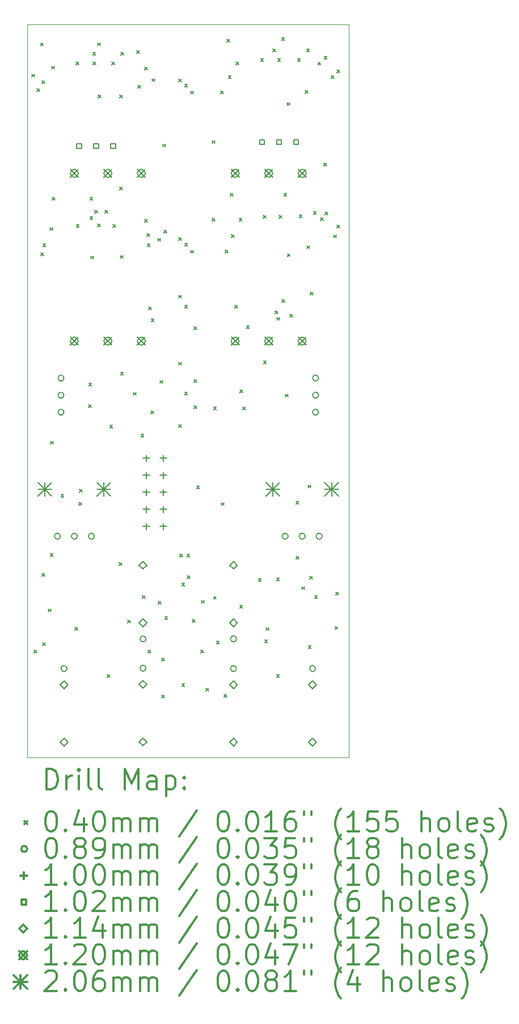
<source format=gbr>
%FSLAX45Y45*%
G04 Gerber Fmt 4.5, Leading zero omitted, Abs format (unit mm)*
G04 Created by KiCad (PCBNEW (5.1.4-0-10_14)) date 2019-08-29 11:55:20*
%MOMM*%
%LPD*%
G04 APERTURE LIST*
%ADD10C,0.100000*%
%ADD11C,0.200000*%
%ADD12C,0.300000*%
G04 APERTURE END LIST*
D10*
X508Y0D02*
X4800508Y0D01*
X4800508Y0D02*
X4800508Y10922000D01*
X4800508Y10922000D02*
X508Y10922000D01*
X508Y0D02*
X508Y10922000D01*
D11*
X68138Y10182540D02*
X108138Y10142540D01*
X108138Y10182540D02*
X68138Y10142540D01*
X100523Y1600515D02*
X140523Y1560515D01*
X140523Y1600515D02*
X100523Y1560515D01*
X144338Y9965370D02*
X184338Y9925370D01*
X184338Y9965370D02*
X144338Y9925370D01*
X197678Y10647360D02*
X237678Y10607360D01*
X237678Y10647360D02*
X197678Y10607360D01*
X202758Y7520620D02*
X242758Y7480620D01*
X242758Y7520620D02*
X202758Y7480620D01*
X219268Y2744150D02*
X259268Y2704150D01*
X259268Y2744150D02*
X219268Y2704150D01*
X220268Y10081940D02*
X260268Y10041940D01*
X260268Y10081940D02*
X220268Y10041940D01*
X226888Y1707830D02*
X266888Y1667830D01*
X266888Y1707830D02*
X226888Y1667830D01*
X231048Y7655590D02*
X271048Y7615590D01*
X271048Y7655590D02*
X231048Y7615590D01*
X311978Y2214560D02*
X351978Y2174560D01*
X351978Y2214560D02*
X311978Y2174560D01*
X336108Y7896540D02*
X376108Y7856540D01*
X376108Y7896540D02*
X336108Y7856540D01*
X341188Y3042600D02*
X381188Y3002600D01*
X381188Y3042600D02*
X341188Y3002600D01*
X346268Y4712650D02*
X386268Y4672650D01*
X386268Y4712650D02*
X346268Y4672650D01*
X358968Y10299380D02*
X398968Y10259380D01*
X398968Y10299380D02*
X358968Y10259380D01*
X370398Y8349930D02*
X410398Y8309930D01*
X410398Y8349930D02*
X370398Y8309930D01*
X501319Y3920170D02*
X541319Y3880170D01*
X541319Y3920170D02*
X501319Y3880170D01*
X709488Y1936430D02*
X749488Y1896430D01*
X749488Y1936430D02*
X709488Y1896430D01*
X724728Y10361549D02*
X764728Y10321549D01*
X764728Y10361549D02*
X724728Y10321549D01*
X731078Y7942260D02*
X771078Y7902260D01*
X771078Y7942260D02*
X731078Y7902260D01*
X767908Y3803330D02*
X807908Y3763330D01*
X807908Y3803330D02*
X767908Y3763330D01*
X779338Y3993830D02*
X819338Y3953830D01*
X819338Y3993830D02*
X779338Y3953830D01*
X913488Y5255230D02*
X953488Y5215230D01*
X953488Y5255230D02*
X913488Y5215230D01*
X916498Y5581330D02*
X956498Y5541330D01*
X956498Y5581330D02*
X916498Y5541330D01*
X934278Y8349930D02*
X974278Y8309930D01*
X974278Y8349930D02*
X934278Y8309930D01*
X934389Y8057527D02*
X974389Y8017527D01*
X974389Y8057527D02*
X934389Y8017527D01*
X946978Y7472360D02*
X986978Y7432360D01*
X986978Y7472360D02*
X946978Y7432360D01*
X974807Y10509864D02*
X1014807Y10469864D01*
X1014807Y10509864D02*
X974807Y10469864D01*
X982477Y10361549D02*
X1022477Y10321549D01*
X1022477Y10361549D02*
X982477Y10321549D01*
X1006779Y8151810D02*
X1046779Y8111810D01*
X1046779Y8151810D02*
X1006779Y8111810D01*
X1047308Y10647360D02*
X1087308Y10607360D01*
X1087308Y10647360D02*
X1047308Y10607360D01*
X1049737Y7951579D02*
X1089737Y7911579D01*
X1089737Y7951579D02*
X1049737Y7911579D01*
X1058788Y9870120D02*
X1098788Y9830120D01*
X1098788Y9870120D02*
X1058788Y9830120D01*
X1160338Y8151810D02*
X1200338Y8111810D01*
X1200338Y8151810D02*
X1160338Y8111810D01*
X1194628Y1235390D02*
X1234628Y1195390D01*
X1234628Y1235390D02*
X1194628Y1195390D01*
X1228918Y4951410D02*
X1268918Y4911410D01*
X1268918Y4951410D02*
X1228918Y4911410D01*
X1259398Y10361549D02*
X1299398Y10321549D01*
X1299398Y10361549D02*
X1259398Y10321549D01*
X1277178Y7940990D02*
X1317178Y7900990D01*
X1317178Y7940990D02*
X1277178Y7900990D01*
X1369888Y2902900D02*
X1409888Y2862900D01*
X1409888Y2902900D02*
X1369888Y2862900D01*
X1377508Y9870120D02*
X1417508Y9830120D01*
X1417508Y9870120D02*
X1377508Y9830120D01*
X1378016Y8502076D02*
X1418016Y8462076D01*
X1418016Y8502076D02*
X1378016Y8462076D01*
X1385428Y7481550D02*
X1425428Y7441550D01*
X1425428Y7481550D02*
X1385428Y7441550D01*
X1391478Y5740080D02*
X1431478Y5700080D01*
X1431478Y5740080D02*
X1391478Y5700080D01*
X1394678Y10509864D02*
X1434678Y10469864D01*
X1434678Y10509864D02*
X1394678Y10469864D01*
X1498158Y2050730D02*
X1538158Y2010730D01*
X1538158Y2050730D02*
X1498158Y2010730D01*
X1578808Y5440010D02*
X1618808Y5400010D01*
X1618808Y5440010D02*
X1578808Y5400010D01*
X1632778Y10535600D02*
X1672778Y10495600D01*
X1672778Y10535600D02*
X1632778Y10495600D01*
X1649658Y10019080D02*
X1689658Y9979080D01*
X1689658Y10019080D02*
X1649658Y9979080D01*
X1695008Y4820600D02*
X1735008Y4780600D01*
X1735008Y4820600D02*
X1695008Y4780600D01*
X1715328Y2413950D02*
X1755328Y2373950D01*
X1755328Y2413950D02*
X1715328Y2373950D01*
X1749618Y10289220D02*
X1789618Y10249220D01*
X1789618Y10289220D02*
X1749618Y10249220D01*
X1753428Y8019730D02*
X1793428Y7979730D01*
X1793428Y8019730D02*
X1753428Y7979730D01*
X1782638Y7807640D02*
X1822638Y7767640D01*
X1822638Y7807640D02*
X1782638Y7767640D01*
X1787718Y7653970D02*
X1827718Y7613970D01*
X1827718Y7653970D02*
X1787718Y7613970D01*
X1802958Y1602418D02*
X1842958Y1562418D01*
X1842958Y1602418D02*
X1802958Y1562418D01*
X1806768Y6716710D02*
X1846768Y6676710D01*
X1846768Y6716710D02*
X1806768Y6676710D01*
X1841058Y5163500D02*
X1881058Y5123500D01*
X1881058Y5163500D02*
X1841058Y5123500D01*
X1847408Y6537640D02*
X1887408Y6497640D01*
X1887408Y6537640D02*
X1847408Y6497640D01*
X1861378Y10112690D02*
X1901378Y10072690D01*
X1901378Y10112690D02*
X1861378Y10072690D01*
X1943928Y7735139D02*
X1983928Y7695139D01*
X1983928Y7735139D02*
X1943928Y7695139D01*
X1956628Y2327479D02*
X1996628Y2287479D01*
X1996628Y2327479D02*
X1956628Y2287479D01*
X1976948Y5616890D02*
X2016948Y5576890D01*
X2016948Y5616890D02*
X1976948Y5576890D01*
X2006158Y933130D02*
X2046158Y893130D01*
X2046158Y933130D02*
X2006158Y893130D01*
X2007428Y1484310D02*
X2047428Y1444310D01*
X2047428Y1484310D02*
X2007428Y1444310D01*
X2020128Y9141140D02*
X2060128Y9101140D01*
X2060128Y9141140D02*
X2020128Y9101140D01*
X2040448Y7854630D02*
X2080448Y7814630D01*
X2080448Y7854630D02*
X2040448Y7814630D01*
X2051878Y2102800D02*
X2091878Y2062800D01*
X2091878Y2102800D02*
X2051878Y2062800D01*
X2258888Y4959030D02*
X2298888Y4919030D01*
X2298888Y4959030D02*
X2258888Y4919030D01*
X2260158Y7749220D02*
X2300158Y7709220D01*
X2300158Y7749220D02*
X2260158Y7709220D01*
X2260158Y6886890D02*
X2300158Y6846890D01*
X2300158Y6886890D02*
X2260158Y6846890D01*
X2260158Y5889940D02*
X2300158Y5849940D01*
X2300158Y5889940D02*
X2260158Y5849940D01*
X2261428Y10111420D02*
X2301428Y10071420D01*
X2301428Y10111420D02*
X2261428Y10071420D01*
X2272379Y3031878D02*
X2312379Y2991878D01*
X2312379Y3031878D02*
X2272379Y2991878D01*
X2304608Y2601910D02*
X2344608Y2561910D01*
X2344608Y2601910D02*
X2304608Y2561910D01*
X2304608Y1103310D02*
X2344608Y1063310D01*
X2344608Y1103310D02*
X2304608Y1063310D01*
X2347898Y10034060D02*
X2387898Y9994060D01*
X2387898Y10034060D02*
X2347898Y9994060D01*
X2347898Y7660210D02*
X2387898Y7620210D01*
X2387898Y7660210D02*
X2347898Y7620210D01*
X2347898Y6736920D02*
X2387898Y6696920D01*
X2387898Y6736920D02*
X2347898Y6696920D01*
X2347898Y5441520D02*
X2387898Y5401520D01*
X2387898Y5441520D02*
X2347898Y5401520D01*
X2382078Y3029900D02*
X2422078Y2989900D01*
X2422078Y3029900D02*
X2382078Y2989900D01*
X2383238Y2709750D02*
X2423238Y2669750D01*
X2423238Y2709750D02*
X2383238Y2669750D01*
X2435418Y9927270D02*
X2475418Y9887270D01*
X2475418Y9927270D02*
X2435418Y9887270D01*
X2435418Y7557450D02*
X2475418Y7517450D01*
X2475418Y7557450D02*
X2435418Y7517450D01*
X2460739Y2059620D02*
X2500739Y2019620D01*
X2500739Y2059620D02*
X2460739Y2019620D01*
X2485414Y5240166D02*
X2525414Y5200166D01*
X2525414Y5240166D02*
X2485414Y5200166D01*
X2487488Y6418260D02*
X2527488Y6378260D01*
X2527488Y6418260D02*
X2487488Y6378260D01*
X2487488Y5630860D02*
X2527488Y5590860D01*
X2527488Y5630860D02*
X2487488Y5590860D01*
X2524318Y4047170D02*
X2564318Y4007170D01*
X2564318Y4047170D02*
X2524318Y4007170D01*
X2591628Y1598610D02*
X2631628Y1558610D01*
X2631628Y1598610D02*
X2591628Y1558610D01*
X2594168Y2341560D02*
X2634168Y2301560D01*
X2634168Y2341560D02*
X2594168Y2301560D01*
X2667828Y1033460D02*
X2707828Y993460D01*
X2707828Y1033460D02*
X2667828Y993460D01*
X2755458Y9190670D02*
X2795458Y9150670D01*
X2795458Y9190670D02*
X2755458Y9150670D01*
X2757998Y8036240D02*
X2797998Y7996240D01*
X2797998Y8036240D02*
X2757998Y7996240D01*
X2778318Y5227000D02*
X2818318Y5187000D01*
X2818318Y5227000D02*
X2778318Y5187000D01*
X2778318Y2399980D02*
X2818318Y2359980D01*
X2818318Y2399980D02*
X2778318Y2359980D01*
X2821498Y1738310D02*
X2861498Y1698310D01*
X2861498Y1738310D02*
X2821498Y1698310D01*
X2887538Y9929810D02*
X2927538Y9889810D01*
X2927538Y9929810D02*
X2887538Y9889810D01*
X2895158Y3796980D02*
X2935158Y3756980D01*
X2935158Y3796980D02*
X2895158Y3756980D01*
X2933258Y939480D02*
X2973258Y899480D01*
X2973258Y939480D02*
X2933258Y899480D01*
X2951038Y7558720D02*
X2991038Y7518720D01*
X2991038Y7558720D02*
X2951038Y7518720D01*
X2976438Y10703240D02*
X3016438Y10663240D01*
X3016438Y10703240D02*
X2976438Y10663240D01*
X2998786Y10157898D02*
X3038786Y10117898D01*
X3038786Y10157898D02*
X2998786Y10117898D01*
X3028508Y8405810D02*
X3068508Y8365810D01*
X3068508Y8405810D02*
X3028508Y8365810D01*
X3047263Y7788295D02*
X3087263Y7748295D01*
X3087263Y7788295D02*
X3047263Y7748295D01*
X3095818Y6737030D02*
X3135818Y6697030D01*
X3135818Y6737030D02*
X3095818Y6697030D01*
X3111058Y10365420D02*
X3151058Y10325420D01*
X3151058Y10365420D02*
X3111058Y10325420D01*
X3160588Y8032430D02*
X3200588Y7992430D01*
X3200588Y8032430D02*
X3160588Y7992430D01*
X3169478Y2266630D02*
X3209478Y2226630D01*
X3209478Y2266630D02*
X3169478Y2226630D01*
X3172018Y5475920D02*
X3212018Y5435920D01*
X3212018Y5475920D02*
X3172018Y5435920D01*
X3212658Y5227000D02*
X3252658Y5187000D01*
X3252658Y5227000D02*
X3212658Y5187000D01*
X3271078Y6435929D02*
X3311078Y6395929D01*
X3311078Y6435929D02*
X3271078Y6395929D01*
X3448878Y2669220D02*
X3488878Y2629220D01*
X3488878Y2669220D02*
X3448878Y2629220D01*
X3481898Y10416566D02*
X3521898Y10376566D01*
X3521898Y10416566D02*
X3481898Y10376566D01*
X3519998Y8079420D02*
X3559998Y8039420D01*
X3559998Y8079420D02*
X3519998Y8039420D01*
X3525078Y5907720D02*
X3565078Y5867720D01*
X3565078Y5907720D02*
X3525078Y5867720D01*
X3540318Y1754820D02*
X3580318Y1714820D01*
X3580318Y1754820D02*
X3540318Y1714820D01*
X3559368Y1935160D02*
X3599368Y1895160D01*
X3599368Y1935160D02*
X3559368Y1895160D01*
X3664073Y10560434D02*
X3704073Y10520434D01*
X3704073Y10560434D02*
X3664073Y10520434D01*
X3695258Y6653210D02*
X3735258Y6613210D01*
X3735258Y6653210D02*
X3695258Y6613210D01*
X3718118Y1239200D02*
X3758118Y1199200D01*
X3758118Y1239200D02*
X3718118Y1199200D01*
X3718763Y2678735D02*
X3758763Y2638735D01*
X3758763Y2678735D02*
X3718763Y2638735D01*
X3722806Y6557078D02*
X3762806Y6517078D01*
X3762806Y6557078D02*
X3722806Y6517078D01*
X3736574Y10416566D02*
X3776574Y10376566D01*
X3776574Y10416566D02*
X3736574Y10376566D01*
X3757488Y8079420D02*
X3797488Y8039420D01*
X3797488Y8079420D02*
X3757488Y8039420D01*
X3794318Y10727370D02*
X3834318Y10687370D01*
X3834318Y10727370D02*
X3794318Y10687370D01*
X3800717Y6824251D02*
X3840717Y6784251D01*
X3840717Y6824251D02*
X3800717Y6784251D01*
X3829989Y8405810D02*
X3869989Y8365810D01*
X3869989Y8405810D02*
X3829989Y8365810D01*
X3847658Y5414960D02*
X3887658Y5374960D01*
X3887658Y5414960D02*
X3847658Y5374960D01*
X3873058Y9757090D02*
X3913058Y9717090D01*
X3913058Y9757090D02*
X3873058Y9717090D01*
X3879408Y7505380D02*
X3919408Y7465380D01*
X3919408Y7505380D02*
X3879408Y7465380D01*
X3914967Y6604951D02*
X3954967Y6564951D01*
X3954967Y6604951D02*
X3914967Y6564951D01*
X4007678Y3817300D02*
X4047678Y3777300D01*
X4047678Y3817300D02*
X4007678Y3777300D01*
X4008948Y2995610D02*
X4048948Y2955610D01*
X4048948Y2995610D02*
X4008948Y2955610D01*
X4031808Y10416566D02*
X4071808Y10376566D01*
X4071808Y10416566D02*
X4031808Y10376566D01*
X4058478Y8083230D02*
X4098478Y8043230D01*
X4098478Y8083230D02*
X4058478Y8043230D01*
X4098458Y2543990D02*
X4138458Y2503990D01*
X4138458Y2543990D02*
X4098458Y2503990D01*
X4148974Y9941566D02*
X4188974Y9901566D01*
X4188974Y9941566D02*
X4148974Y9901566D01*
X4167327Y10560434D02*
X4207327Y10520434D01*
X4207327Y10560434D02*
X4167327Y10520434D01*
X4174388Y7625690D02*
X4214388Y7585690D01*
X4214388Y7625690D02*
X4174388Y7585690D01*
X4191828Y4061140D02*
X4231828Y4021140D01*
X4231828Y4061140D02*
X4191828Y4021140D01*
X4193098Y1667190D02*
X4233098Y1627190D01*
X4233098Y1667190D02*
X4193098Y1627190D01*
X4213418Y2700970D02*
X4253418Y2660970D01*
X4253418Y2700970D02*
X4213418Y2660970D01*
X4219768Y6933880D02*
X4259768Y6893880D01*
X4259768Y6933880D02*
X4219768Y6893880D01*
X4269298Y8134030D02*
X4309298Y8094030D01*
X4309298Y8134030D02*
X4269298Y8094030D01*
X4285919Y2411410D02*
X4325919Y2371410D01*
X4325919Y2411410D02*
X4285919Y2371410D01*
X4337878Y10360340D02*
X4377878Y10320340D01*
X4377878Y10360340D02*
X4337878Y10320340D01*
X4375365Y8042042D02*
X4415365Y8002042D01*
X4415365Y8042042D02*
X4375365Y8002042D01*
X4425000Y8856152D02*
X4465000Y8816152D01*
X4465000Y8856152D02*
X4425000Y8816152D01*
X4430517Y10450876D02*
X4470517Y10410876D01*
X4470517Y10450876D02*
X4430517Y10410876D01*
X4443288Y8127680D02*
X4483288Y8087680D01*
X4483288Y8127680D02*
X4443288Y8087680D01*
X4535998Y10158410D02*
X4575998Y10118410D01*
X4575998Y10158410D02*
X4535998Y10118410D01*
X4567748Y7784780D02*
X4607748Y7744780D01*
X4607748Y7784780D02*
X4567748Y7744780D01*
X4590608Y1952940D02*
X4630608Y1912940D01*
X4630608Y1952940D02*
X4590608Y1912940D01*
X4605848Y2464750D02*
X4645848Y2424750D01*
X4645848Y2464750D02*
X4605848Y2424750D01*
X4618548Y10247310D02*
X4658548Y10207310D01*
X4658548Y10247310D02*
X4618548Y10207310D01*
X4621368Y7931515D02*
X4661368Y7891515D01*
X4661368Y7931515D02*
X4621368Y7891515D01*
X544958Y5654000D02*
G75*
G03X544958Y5654000I-44450J0D01*
G01*
X544958Y5146000D02*
G75*
G03X544958Y5146000I-44450J0D01*
G01*
X1769958Y1331580D02*
G75*
G03X1769958Y1331580I-44450J0D01*
G01*
X4344958Y5654000D02*
G75*
G03X4344958Y5654000I-44450J0D01*
G01*
X4344958Y5400000D02*
G75*
G03X4344958Y5400000I-44450J0D01*
G01*
X4344958Y5146000D02*
G75*
G03X4344958Y5146000I-44450J0D01*
G01*
X490942Y3298776D02*
G75*
G03X490942Y3298776I-44450J0D01*
G01*
X744942Y3298776D02*
G75*
G03X744942Y3298776I-44450J0D01*
G01*
X998942Y3298776D02*
G75*
G03X998942Y3298776I-44450J0D01*
G01*
X3119958Y1768420D02*
G75*
G03X3119958Y1768420I-44450J0D01*
G01*
X3119958Y1326580D02*
G75*
G03X3119958Y1326580I-44450J0D01*
G01*
X1769958Y1768420D02*
G75*
G03X1769958Y1768420I-44450J0D01*
G01*
X4299958Y1326580D02*
G75*
G03X4299958Y1326580I-44450J0D01*
G01*
X3890942Y3298776D02*
G75*
G03X3890942Y3298776I-44450J0D01*
G01*
X4144942Y3298776D02*
G75*
G03X4144942Y3298776I-44450J0D01*
G01*
X4398942Y3298776D02*
G75*
G03X4398942Y3298776I-44450J0D01*
G01*
X589958Y1326580D02*
G75*
G03X589958Y1326580I-44450J0D01*
G01*
X544958Y5400000D02*
G75*
G03X544958Y5400000I-44450J0D01*
G01*
X1775818Y4509270D02*
X1775818Y4409270D01*
X1725818Y4459270D02*
X1825818Y4459270D01*
X1775818Y4255270D02*
X1775818Y4155270D01*
X1725818Y4205270D02*
X1825818Y4205270D01*
X1775818Y4001270D02*
X1775818Y3901270D01*
X1725818Y3951270D02*
X1825818Y3951270D01*
X1775818Y3747270D02*
X1775818Y3647270D01*
X1725818Y3697270D02*
X1825818Y3697270D01*
X1775818Y3493270D02*
X1775818Y3393270D01*
X1725818Y3443270D02*
X1825818Y3443270D01*
X2029818Y4509270D02*
X2029818Y4409270D01*
X1979818Y4459270D02*
X2079818Y4459270D01*
X2029818Y4255270D02*
X2029818Y4155270D01*
X1979818Y4205270D02*
X2079818Y4205270D01*
X2029818Y4001270D02*
X2029818Y3901270D01*
X1979818Y3951270D02*
X2079818Y3951270D01*
X2029818Y3747270D02*
X2029818Y3647270D01*
X1979818Y3697270D02*
X2079818Y3697270D01*
X2029818Y3493270D02*
X2029818Y3393270D01*
X1979818Y3443270D02*
X2079818Y3443270D01*
X3536039Y9135645D02*
X3536039Y9207487D01*
X3464197Y9207487D01*
X3464197Y9135645D01*
X3536039Y9135645D01*
X3790039Y9135645D02*
X3790039Y9207487D01*
X3718197Y9207487D01*
X3718197Y9135645D01*
X3790039Y9135645D01*
X4044039Y9135645D02*
X4044039Y9207487D01*
X3972197Y9207487D01*
X3972197Y9135645D01*
X4044039Y9135645D01*
X807579Y9073629D02*
X807579Y9145471D01*
X735737Y9145471D01*
X735737Y9073629D01*
X807579Y9073629D01*
X1061579Y9073629D02*
X1061579Y9145471D01*
X989737Y9145471D01*
X989737Y9073629D01*
X1061579Y9073629D01*
X1315579Y9073629D02*
X1315579Y9145471D01*
X1243737Y9145471D01*
X1243737Y9073629D01*
X1315579Y9073629D01*
X1725508Y1033130D02*
X1782658Y1090280D01*
X1725508Y1147430D01*
X1668358Y1090280D01*
X1725508Y1033130D01*
X1725508Y177150D02*
X1782658Y234300D01*
X1725508Y291450D01*
X1668358Y234300D01*
X1725508Y177150D01*
X3075508Y1028130D02*
X3132658Y1085280D01*
X3075508Y1142430D01*
X3018358Y1085280D01*
X3075508Y1028130D01*
X3075508Y172150D02*
X3132658Y229300D01*
X3075508Y286450D01*
X3018358Y229300D01*
X3075508Y172150D01*
X3075508Y2808550D02*
X3132658Y2865700D01*
X3075508Y2922850D01*
X3018358Y2865700D01*
X3075508Y2808550D01*
X3075508Y1952570D02*
X3132658Y2009720D01*
X3075508Y2066870D01*
X3018358Y2009720D01*
X3075508Y1952570D01*
X4255508Y1028130D02*
X4312658Y1085280D01*
X4255508Y1142430D01*
X4198358Y1085280D01*
X4255508Y1028130D01*
X1725508Y1952570D02*
X1782658Y2009720D01*
X1725508Y2066870D01*
X1668358Y2009720D01*
X1725508Y1952570D01*
X1725508Y2808550D02*
X1782658Y2865700D01*
X1725508Y2922850D01*
X1668358Y2865700D01*
X1725508Y2808550D01*
X4255508Y172150D02*
X4312658Y229300D01*
X4255508Y286450D01*
X4198358Y229300D01*
X4255508Y172150D01*
X545508Y1028130D02*
X602658Y1085280D01*
X545508Y1142430D01*
X488358Y1085280D01*
X545508Y1028130D01*
X545508Y172150D02*
X602658Y229300D01*
X545508Y286450D01*
X488358Y229300D01*
X545508Y172150D01*
X640508Y6264600D02*
X760508Y6144600D01*
X760508Y6264600D02*
X640508Y6144600D01*
X760508Y6204600D02*
G75*
G03X760508Y6204600I-60000J0D01*
G01*
X1140508Y6264600D02*
X1260508Y6144600D01*
X1260508Y6264600D02*
X1140508Y6144600D01*
X1260508Y6204600D02*
G75*
G03X1260508Y6204600I-60000J0D01*
G01*
X1640508Y6264600D02*
X1760508Y6144600D01*
X1760508Y6264600D02*
X1640508Y6144600D01*
X1760508Y6204600D02*
G75*
G03X1760508Y6204600I-60000J0D01*
G01*
X3040508Y8764600D02*
X3160508Y8644600D01*
X3160508Y8764600D02*
X3040508Y8644600D01*
X3160508Y8704600D02*
G75*
G03X3160508Y8704600I-60000J0D01*
G01*
X3540508Y8764600D02*
X3660508Y8644600D01*
X3660508Y8764600D02*
X3540508Y8644600D01*
X3660508Y8704600D02*
G75*
G03X3660508Y8704600I-60000J0D01*
G01*
X4040508Y8764600D02*
X4160508Y8644600D01*
X4160508Y8764600D02*
X4040508Y8644600D01*
X4160508Y8704600D02*
G75*
G03X4160508Y8704600I-60000J0D01*
G01*
X640508Y8764600D02*
X760508Y8644600D01*
X760508Y8764600D02*
X640508Y8644600D01*
X760508Y8704600D02*
G75*
G03X760508Y8704600I-60000J0D01*
G01*
X1140508Y8764600D02*
X1260508Y8644600D01*
X1260508Y8764600D02*
X1140508Y8644600D01*
X1260508Y8704600D02*
G75*
G03X1260508Y8704600I-60000J0D01*
G01*
X1640508Y8764600D02*
X1760508Y8644600D01*
X1760508Y8764600D02*
X1640508Y8644600D01*
X1760508Y8704600D02*
G75*
G03X1760508Y8704600I-60000J0D01*
G01*
X3040508Y6264600D02*
X3160508Y6144600D01*
X3160508Y6264600D02*
X3040508Y6144600D01*
X3160508Y6204600D02*
G75*
G03X3160508Y6204600I-60000J0D01*
G01*
X3540508Y6264600D02*
X3660508Y6144600D01*
X3660508Y6264600D02*
X3540508Y6144600D01*
X3660508Y6204600D02*
G75*
G03X3660508Y6204600I-60000J0D01*
G01*
X4040508Y6264600D02*
X4160508Y6144600D01*
X4160508Y6264600D02*
X4040508Y6144600D01*
X4160508Y6204600D02*
G75*
G03X4160508Y6204600I-60000J0D01*
G01*
X158202Y4102686D02*
X363942Y3896946D01*
X363942Y4102686D02*
X158202Y3896946D01*
X261072Y4102686D02*
X261072Y3896946D01*
X158202Y3999816D02*
X363942Y3999816D01*
X1037042Y4102686D02*
X1242782Y3896946D01*
X1242782Y4102686D02*
X1037042Y3896946D01*
X1139912Y4102686D02*
X1139912Y3896946D01*
X1037042Y3999816D02*
X1242782Y3999816D01*
X3558202Y4102686D02*
X3763942Y3896946D01*
X3763942Y4102686D02*
X3558202Y3896946D01*
X3661072Y4102686D02*
X3661072Y3896946D01*
X3558202Y3999816D02*
X3763942Y3999816D01*
X4437042Y4102686D02*
X4642782Y3896946D01*
X4642782Y4102686D02*
X4437042Y3896946D01*
X4539912Y4102686D02*
X4539912Y3896946D01*
X4437042Y3999816D02*
X4642782Y3999816D01*
D12*
X281936Y-470714D02*
X281936Y-170714D01*
X353365Y-170714D01*
X396222Y-185000D01*
X424794Y-213571D01*
X439079Y-242143D01*
X453365Y-299286D01*
X453365Y-342143D01*
X439079Y-399286D01*
X424794Y-427857D01*
X396222Y-456429D01*
X353365Y-470714D01*
X281936Y-470714D01*
X581936Y-470714D02*
X581936Y-270714D01*
X581936Y-327857D02*
X596222Y-299286D01*
X610508Y-285000D01*
X639079Y-270714D01*
X667651Y-270714D01*
X767651Y-470714D02*
X767651Y-270714D01*
X767651Y-170714D02*
X753365Y-185000D01*
X767651Y-199286D01*
X781936Y-185000D01*
X767651Y-170714D01*
X767651Y-199286D01*
X953365Y-470714D02*
X924794Y-456429D01*
X910508Y-427857D01*
X910508Y-170714D01*
X1110508Y-470714D02*
X1081936Y-456429D01*
X1067651Y-427857D01*
X1067651Y-170714D01*
X1453365Y-470714D02*
X1453365Y-170714D01*
X1553365Y-385000D01*
X1653365Y-170714D01*
X1653365Y-470714D01*
X1924794Y-470714D02*
X1924794Y-313572D01*
X1910508Y-285000D01*
X1881936Y-270714D01*
X1824794Y-270714D01*
X1796222Y-285000D01*
X1924794Y-456429D02*
X1896222Y-470714D01*
X1824794Y-470714D01*
X1796222Y-456429D01*
X1781936Y-427857D01*
X1781936Y-399286D01*
X1796222Y-370714D01*
X1824794Y-356429D01*
X1896222Y-356429D01*
X1924794Y-342143D01*
X2067651Y-270714D02*
X2067651Y-570714D01*
X2067651Y-285000D02*
X2096222Y-270714D01*
X2153365Y-270714D01*
X2181936Y-285000D01*
X2196222Y-299286D01*
X2210508Y-327857D01*
X2210508Y-413571D01*
X2196222Y-442143D01*
X2181936Y-456429D01*
X2153365Y-470714D01*
X2096222Y-470714D01*
X2067651Y-456429D01*
X2339079Y-442143D02*
X2353365Y-456429D01*
X2339079Y-470714D01*
X2324794Y-456429D01*
X2339079Y-442143D01*
X2339079Y-470714D01*
X2339079Y-285000D02*
X2353365Y-299286D01*
X2339079Y-313572D01*
X2324794Y-299286D01*
X2339079Y-285000D01*
X2339079Y-313572D01*
X-44492Y-945000D02*
X-4492Y-985000D01*
X-4492Y-945000D02*
X-44492Y-985000D01*
X339079Y-800714D02*
X367651Y-800714D01*
X396222Y-815000D01*
X410508Y-829286D01*
X424794Y-857857D01*
X439079Y-915000D01*
X439079Y-986429D01*
X424794Y-1043571D01*
X410508Y-1072143D01*
X396222Y-1086429D01*
X367651Y-1100714D01*
X339079Y-1100714D01*
X310508Y-1086429D01*
X296222Y-1072143D01*
X281936Y-1043571D01*
X267651Y-986429D01*
X267651Y-915000D01*
X281936Y-857857D01*
X296222Y-829286D01*
X310508Y-815000D01*
X339079Y-800714D01*
X567651Y-1072143D02*
X581936Y-1086429D01*
X567651Y-1100714D01*
X553365Y-1086429D01*
X567651Y-1072143D01*
X567651Y-1100714D01*
X839079Y-900714D02*
X839079Y-1100714D01*
X767651Y-786429D02*
X696222Y-1000714D01*
X881936Y-1000714D01*
X1053365Y-800714D02*
X1081936Y-800714D01*
X1110508Y-815000D01*
X1124794Y-829286D01*
X1139079Y-857857D01*
X1153365Y-915000D01*
X1153365Y-986429D01*
X1139079Y-1043571D01*
X1124794Y-1072143D01*
X1110508Y-1086429D01*
X1081936Y-1100714D01*
X1053365Y-1100714D01*
X1024794Y-1086429D01*
X1010508Y-1072143D01*
X996222Y-1043571D01*
X981936Y-986429D01*
X981936Y-915000D01*
X996222Y-857857D01*
X1010508Y-829286D01*
X1024794Y-815000D01*
X1053365Y-800714D01*
X1281936Y-1100714D02*
X1281936Y-900714D01*
X1281936Y-929286D02*
X1296222Y-915000D01*
X1324794Y-900714D01*
X1367651Y-900714D01*
X1396222Y-915000D01*
X1410508Y-943571D01*
X1410508Y-1100714D01*
X1410508Y-943571D02*
X1424794Y-915000D01*
X1453365Y-900714D01*
X1496222Y-900714D01*
X1524794Y-915000D01*
X1539079Y-943571D01*
X1539079Y-1100714D01*
X1681936Y-1100714D02*
X1681936Y-900714D01*
X1681936Y-929286D02*
X1696222Y-915000D01*
X1724794Y-900714D01*
X1767651Y-900714D01*
X1796222Y-915000D01*
X1810508Y-943571D01*
X1810508Y-1100714D01*
X1810508Y-943571D02*
X1824794Y-915000D01*
X1853365Y-900714D01*
X1896222Y-900714D01*
X1924794Y-915000D01*
X1939079Y-943571D01*
X1939079Y-1100714D01*
X2524794Y-786429D02*
X2267651Y-1172143D01*
X2910508Y-800714D02*
X2939079Y-800714D01*
X2967651Y-815000D01*
X2981936Y-829286D01*
X2996222Y-857857D01*
X3010508Y-915000D01*
X3010508Y-986429D01*
X2996222Y-1043571D01*
X2981936Y-1072143D01*
X2967651Y-1086429D01*
X2939079Y-1100714D01*
X2910508Y-1100714D01*
X2881936Y-1086429D01*
X2867651Y-1072143D01*
X2853365Y-1043571D01*
X2839079Y-986429D01*
X2839079Y-915000D01*
X2853365Y-857857D01*
X2867651Y-829286D01*
X2881936Y-815000D01*
X2910508Y-800714D01*
X3139079Y-1072143D02*
X3153365Y-1086429D01*
X3139079Y-1100714D01*
X3124794Y-1086429D01*
X3139079Y-1072143D01*
X3139079Y-1100714D01*
X3339079Y-800714D02*
X3367651Y-800714D01*
X3396222Y-815000D01*
X3410508Y-829286D01*
X3424794Y-857857D01*
X3439079Y-915000D01*
X3439079Y-986429D01*
X3424794Y-1043571D01*
X3410508Y-1072143D01*
X3396222Y-1086429D01*
X3367651Y-1100714D01*
X3339079Y-1100714D01*
X3310508Y-1086429D01*
X3296222Y-1072143D01*
X3281936Y-1043571D01*
X3267651Y-986429D01*
X3267651Y-915000D01*
X3281936Y-857857D01*
X3296222Y-829286D01*
X3310508Y-815000D01*
X3339079Y-800714D01*
X3724794Y-1100714D02*
X3553365Y-1100714D01*
X3639079Y-1100714D02*
X3639079Y-800714D01*
X3610508Y-843571D01*
X3581936Y-872143D01*
X3553365Y-886429D01*
X3981936Y-800714D02*
X3924794Y-800714D01*
X3896222Y-815000D01*
X3881936Y-829286D01*
X3853365Y-872143D01*
X3839079Y-929286D01*
X3839079Y-1043571D01*
X3853365Y-1072143D01*
X3867651Y-1086429D01*
X3896222Y-1100714D01*
X3953365Y-1100714D01*
X3981936Y-1086429D01*
X3996222Y-1072143D01*
X4010508Y-1043571D01*
X4010508Y-972143D01*
X3996222Y-943571D01*
X3981936Y-929286D01*
X3953365Y-915000D01*
X3896222Y-915000D01*
X3867651Y-929286D01*
X3853365Y-943571D01*
X3839079Y-972143D01*
X4124794Y-800714D02*
X4124794Y-857857D01*
X4239079Y-800714D02*
X4239079Y-857857D01*
X4681936Y-1215000D02*
X4667651Y-1200714D01*
X4639079Y-1157857D01*
X4624794Y-1129286D01*
X4610508Y-1086429D01*
X4596222Y-1015000D01*
X4596222Y-957857D01*
X4610508Y-886429D01*
X4624794Y-843571D01*
X4639079Y-815000D01*
X4667651Y-772143D01*
X4681936Y-757857D01*
X4953365Y-1100714D02*
X4781936Y-1100714D01*
X4867651Y-1100714D02*
X4867651Y-800714D01*
X4839079Y-843571D01*
X4810508Y-872143D01*
X4781936Y-886429D01*
X5224794Y-800714D02*
X5081936Y-800714D01*
X5067651Y-943571D01*
X5081936Y-929286D01*
X5110508Y-915000D01*
X5181936Y-915000D01*
X5210508Y-929286D01*
X5224794Y-943571D01*
X5239079Y-972143D01*
X5239079Y-1043571D01*
X5224794Y-1072143D01*
X5210508Y-1086429D01*
X5181936Y-1100714D01*
X5110508Y-1100714D01*
X5081936Y-1086429D01*
X5067651Y-1072143D01*
X5510508Y-800714D02*
X5367651Y-800714D01*
X5353365Y-943571D01*
X5367651Y-929286D01*
X5396222Y-915000D01*
X5467651Y-915000D01*
X5496222Y-929286D01*
X5510508Y-943571D01*
X5524794Y-972143D01*
X5524794Y-1043571D01*
X5510508Y-1072143D01*
X5496222Y-1086429D01*
X5467651Y-1100714D01*
X5396222Y-1100714D01*
X5367651Y-1086429D01*
X5353365Y-1072143D01*
X5881936Y-1100714D02*
X5881936Y-800714D01*
X6010508Y-1100714D02*
X6010508Y-943571D01*
X5996222Y-915000D01*
X5967651Y-900714D01*
X5924794Y-900714D01*
X5896222Y-915000D01*
X5881936Y-929286D01*
X6196222Y-1100714D02*
X6167651Y-1086429D01*
X6153365Y-1072143D01*
X6139079Y-1043571D01*
X6139079Y-957857D01*
X6153365Y-929286D01*
X6167651Y-915000D01*
X6196222Y-900714D01*
X6239079Y-900714D01*
X6267651Y-915000D01*
X6281936Y-929286D01*
X6296222Y-957857D01*
X6296222Y-1043571D01*
X6281936Y-1072143D01*
X6267651Y-1086429D01*
X6239079Y-1100714D01*
X6196222Y-1100714D01*
X6467651Y-1100714D02*
X6439079Y-1086429D01*
X6424794Y-1057857D01*
X6424794Y-800714D01*
X6696222Y-1086429D02*
X6667651Y-1100714D01*
X6610508Y-1100714D01*
X6581936Y-1086429D01*
X6567651Y-1057857D01*
X6567651Y-943571D01*
X6581936Y-915000D01*
X6610508Y-900714D01*
X6667651Y-900714D01*
X6696222Y-915000D01*
X6710508Y-943571D01*
X6710508Y-972143D01*
X6567651Y-1000714D01*
X6824794Y-1086429D02*
X6853365Y-1100714D01*
X6910508Y-1100714D01*
X6939079Y-1086429D01*
X6953365Y-1057857D01*
X6953365Y-1043571D01*
X6939079Y-1015000D01*
X6910508Y-1000714D01*
X6867651Y-1000714D01*
X6839079Y-986429D01*
X6824794Y-957857D01*
X6824794Y-943571D01*
X6839079Y-915000D01*
X6867651Y-900714D01*
X6910508Y-900714D01*
X6939079Y-915000D01*
X7053365Y-1215000D02*
X7067651Y-1200714D01*
X7096222Y-1157857D01*
X7110508Y-1129286D01*
X7124794Y-1086429D01*
X7139079Y-1015000D01*
X7139079Y-957857D01*
X7124794Y-886429D01*
X7110508Y-843571D01*
X7096222Y-815000D01*
X7067651Y-772143D01*
X7053365Y-757857D01*
X-4492Y-1361000D02*
G75*
G03X-4492Y-1361000I-44450J0D01*
G01*
X339079Y-1196714D02*
X367651Y-1196714D01*
X396222Y-1211000D01*
X410508Y-1225286D01*
X424794Y-1253857D01*
X439079Y-1311000D01*
X439079Y-1382429D01*
X424794Y-1439571D01*
X410508Y-1468143D01*
X396222Y-1482429D01*
X367651Y-1496714D01*
X339079Y-1496714D01*
X310508Y-1482429D01*
X296222Y-1468143D01*
X281936Y-1439571D01*
X267651Y-1382429D01*
X267651Y-1311000D01*
X281936Y-1253857D01*
X296222Y-1225286D01*
X310508Y-1211000D01*
X339079Y-1196714D01*
X567651Y-1468143D02*
X581936Y-1482429D01*
X567651Y-1496714D01*
X553365Y-1482429D01*
X567651Y-1468143D01*
X567651Y-1496714D01*
X753365Y-1325286D02*
X724794Y-1311000D01*
X710508Y-1296714D01*
X696222Y-1268143D01*
X696222Y-1253857D01*
X710508Y-1225286D01*
X724794Y-1211000D01*
X753365Y-1196714D01*
X810508Y-1196714D01*
X839079Y-1211000D01*
X853365Y-1225286D01*
X867651Y-1253857D01*
X867651Y-1268143D01*
X853365Y-1296714D01*
X839079Y-1311000D01*
X810508Y-1325286D01*
X753365Y-1325286D01*
X724794Y-1339572D01*
X710508Y-1353857D01*
X696222Y-1382429D01*
X696222Y-1439571D01*
X710508Y-1468143D01*
X724794Y-1482429D01*
X753365Y-1496714D01*
X810508Y-1496714D01*
X839079Y-1482429D01*
X853365Y-1468143D01*
X867651Y-1439571D01*
X867651Y-1382429D01*
X853365Y-1353857D01*
X839079Y-1339572D01*
X810508Y-1325286D01*
X1010508Y-1496714D02*
X1067651Y-1496714D01*
X1096222Y-1482429D01*
X1110508Y-1468143D01*
X1139079Y-1425286D01*
X1153365Y-1368143D01*
X1153365Y-1253857D01*
X1139079Y-1225286D01*
X1124794Y-1211000D01*
X1096222Y-1196714D01*
X1039079Y-1196714D01*
X1010508Y-1211000D01*
X996222Y-1225286D01*
X981936Y-1253857D01*
X981936Y-1325286D01*
X996222Y-1353857D01*
X1010508Y-1368143D01*
X1039079Y-1382429D01*
X1096222Y-1382429D01*
X1124794Y-1368143D01*
X1139079Y-1353857D01*
X1153365Y-1325286D01*
X1281936Y-1496714D02*
X1281936Y-1296714D01*
X1281936Y-1325286D02*
X1296222Y-1311000D01*
X1324794Y-1296714D01*
X1367651Y-1296714D01*
X1396222Y-1311000D01*
X1410508Y-1339572D01*
X1410508Y-1496714D01*
X1410508Y-1339572D02*
X1424794Y-1311000D01*
X1453365Y-1296714D01*
X1496222Y-1296714D01*
X1524794Y-1311000D01*
X1539079Y-1339572D01*
X1539079Y-1496714D01*
X1681936Y-1496714D02*
X1681936Y-1296714D01*
X1681936Y-1325286D02*
X1696222Y-1311000D01*
X1724794Y-1296714D01*
X1767651Y-1296714D01*
X1796222Y-1311000D01*
X1810508Y-1339572D01*
X1810508Y-1496714D01*
X1810508Y-1339572D02*
X1824794Y-1311000D01*
X1853365Y-1296714D01*
X1896222Y-1296714D01*
X1924794Y-1311000D01*
X1939079Y-1339572D01*
X1939079Y-1496714D01*
X2524794Y-1182429D02*
X2267651Y-1568143D01*
X2910508Y-1196714D02*
X2939079Y-1196714D01*
X2967651Y-1211000D01*
X2981936Y-1225286D01*
X2996222Y-1253857D01*
X3010508Y-1311000D01*
X3010508Y-1382429D01*
X2996222Y-1439571D01*
X2981936Y-1468143D01*
X2967651Y-1482429D01*
X2939079Y-1496714D01*
X2910508Y-1496714D01*
X2881936Y-1482429D01*
X2867651Y-1468143D01*
X2853365Y-1439571D01*
X2839079Y-1382429D01*
X2839079Y-1311000D01*
X2853365Y-1253857D01*
X2867651Y-1225286D01*
X2881936Y-1211000D01*
X2910508Y-1196714D01*
X3139079Y-1468143D02*
X3153365Y-1482429D01*
X3139079Y-1496714D01*
X3124794Y-1482429D01*
X3139079Y-1468143D01*
X3139079Y-1496714D01*
X3339079Y-1196714D02*
X3367651Y-1196714D01*
X3396222Y-1211000D01*
X3410508Y-1225286D01*
X3424794Y-1253857D01*
X3439079Y-1311000D01*
X3439079Y-1382429D01*
X3424794Y-1439571D01*
X3410508Y-1468143D01*
X3396222Y-1482429D01*
X3367651Y-1496714D01*
X3339079Y-1496714D01*
X3310508Y-1482429D01*
X3296222Y-1468143D01*
X3281936Y-1439571D01*
X3267651Y-1382429D01*
X3267651Y-1311000D01*
X3281936Y-1253857D01*
X3296222Y-1225286D01*
X3310508Y-1211000D01*
X3339079Y-1196714D01*
X3539079Y-1196714D02*
X3724794Y-1196714D01*
X3624794Y-1311000D01*
X3667651Y-1311000D01*
X3696222Y-1325286D01*
X3710508Y-1339572D01*
X3724794Y-1368143D01*
X3724794Y-1439571D01*
X3710508Y-1468143D01*
X3696222Y-1482429D01*
X3667651Y-1496714D01*
X3581936Y-1496714D01*
X3553365Y-1482429D01*
X3539079Y-1468143D01*
X3996222Y-1196714D02*
X3853365Y-1196714D01*
X3839079Y-1339572D01*
X3853365Y-1325286D01*
X3881936Y-1311000D01*
X3953365Y-1311000D01*
X3981936Y-1325286D01*
X3996222Y-1339572D01*
X4010508Y-1368143D01*
X4010508Y-1439571D01*
X3996222Y-1468143D01*
X3981936Y-1482429D01*
X3953365Y-1496714D01*
X3881936Y-1496714D01*
X3853365Y-1482429D01*
X3839079Y-1468143D01*
X4124794Y-1196714D02*
X4124794Y-1253857D01*
X4239079Y-1196714D02*
X4239079Y-1253857D01*
X4681936Y-1611000D02*
X4667651Y-1596714D01*
X4639079Y-1553857D01*
X4624794Y-1525286D01*
X4610508Y-1482429D01*
X4596222Y-1411000D01*
X4596222Y-1353857D01*
X4610508Y-1282429D01*
X4624794Y-1239572D01*
X4639079Y-1211000D01*
X4667651Y-1168143D01*
X4681936Y-1153857D01*
X4953365Y-1496714D02*
X4781936Y-1496714D01*
X4867651Y-1496714D02*
X4867651Y-1196714D01*
X4839079Y-1239572D01*
X4810508Y-1268143D01*
X4781936Y-1282429D01*
X5124794Y-1325286D02*
X5096222Y-1311000D01*
X5081936Y-1296714D01*
X5067651Y-1268143D01*
X5067651Y-1253857D01*
X5081936Y-1225286D01*
X5096222Y-1211000D01*
X5124794Y-1196714D01*
X5181936Y-1196714D01*
X5210508Y-1211000D01*
X5224794Y-1225286D01*
X5239079Y-1253857D01*
X5239079Y-1268143D01*
X5224794Y-1296714D01*
X5210508Y-1311000D01*
X5181936Y-1325286D01*
X5124794Y-1325286D01*
X5096222Y-1339572D01*
X5081936Y-1353857D01*
X5067651Y-1382429D01*
X5067651Y-1439571D01*
X5081936Y-1468143D01*
X5096222Y-1482429D01*
X5124794Y-1496714D01*
X5181936Y-1496714D01*
X5210508Y-1482429D01*
X5224794Y-1468143D01*
X5239079Y-1439571D01*
X5239079Y-1382429D01*
X5224794Y-1353857D01*
X5210508Y-1339572D01*
X5181936Y-1325286D01*
X5596222Y-1496714D02*
X5596222Y-1196714D01*
X5724794Y-1496714D02*
X5724794Y-1339572D01*
X5710508Y-1311000D01*
X5681936Y-1296714D01*
X5639079Y-1296714D01*
X5610508Y-1311000D01*
X5596222Y-1325286D01*
X5910508Y-1496714D02*
X5881936Y-1482429D01*
X5867651Y-1468143D01*
X5853365Y-1439571D01*
X5853365Y-1353857D01*
X5867651Y-1325286D01*
X5881936Y-1311000D01*
X5910508Y-1296714D01*
X5953365Y-1296714D01*
X5981936Y-1311000D01*
X5996222Y-1325286D01*
X6010508Y-1353857D01*
X6010508Y-1439571D01*
X5996222Y-1468143D01*
X5981936Y-1482429D01*
X5953365Y-1496714D01*
X5910508Y-1496714D01*
X6181936Y-1496714D02*
X6153365Y-1482429D01*
X6139079Y-1453857D01*
X6139079Y-1196714D01*
X6410508Y-1482429D02*
X6381936Y-1496714D01*
X6324794Y-1496714D01*
X6296222Y-1482429D01*
X6281936Y-1453857D01*
X6281936Y-1339572D01*
X6296222Y-1311000D01*
X6324794Y-1296714D01*
X6381936Y-1296714D01*
X6410508Y-1311000D01*
X6424794Y-1339572D01*
X6424794Y-1368143D01*
X6281936Y-1396714D01*
X6539079Y-1482429D02*
X6567651Y-1496714D01*
X6624794Y-1496714D01*
X6653365Y-1482429D01*
X6667651Y-1453857D01*
X6667651Y-1439571D01*
X6653365Y-1411000D01*
X6624794Y-1396714D01*
X6581936Y-1396714D01*
X6553365Y-1382429D01*
X6539079Y-1353857D01*
X6539079Y-1339572D01*
X6553365Y-1311000D01*
X6581936Y-1296714D01*
X6624794Y-1296714D01*
X6653365Y-1311000D01*
X6767651Y-1611000D02*
X6781936Y-1596714D01*
X6810508Y-1553857D01*
X6824794Y-1525286D01*
X6839079Y-1482429D01*
X6853365Y-1411000D01*
X6853365Y-1353857D01*
X6839079Y-1282429D01*
X6824794Y-1239572D01*
X6810508Y-1211000D01*
X6781936Y-1168143D01*
X6767651Y-1153857D01*
X-54492Y-1707000D02*
X-54492Y-1807000D01*
X-104492Y-1757000D02*
X-4492Y-1757000D01*
X439079Y-1892714D02*
X267651Y-1892714D01*
X353365Y-1892714D02*
X353365Y-1592714D01*
X324794Y-1635571D01*
X296222Y-1664143D01*
X267651Y-1678429D01*
X567651Y-1864143D02*
X581936Y-1878429D01*
X567651Y-1892714D01*
X553365Y-1878429D01*
X567651Y-1864143D01*
X567651Y-1892714D01*
X767651Y-1592714D02*
X796222Y-1592714D01*
X824794Y-1607000D01*
X839079Y-1621286D01*
X853365Y-1649857D01*
X867651Y-1707000D01*
X867651Y-1778429D01*
X853365Y-1835571D01*
X839079Y-1864143D01*
X824794Y-1878429D01*
X796222Y-1892714D01*
X767651Y-1892714D01*
X739079Y-1878429D01*
X724794Y-1864143D01*
X710508Y-1835571D01*
X696222Y-1778429D01*
X696222Y-1707000D01*
X710508Y-1649857D01*
X724794Y-1621286D01*
X739079Y-1607000D01*
X767651Y-1592714D01*
X1053365Y-1592714D02*
X1081936Y-1592714D01*
X1110508Y-1607000D01*
X1124794Y-1621286D01*
X1139079Y-1649857D01*
X1153365Y-1707000D01*
X1153365Y-1778429D01*
X1139079Y-1835571D01*
X1124794Y-1864143D01*
X1110508Y-1878429D01*
X1081936Y-1892714D01*
X1053365Y-1892714D01*
X1024794Y-1878429D01*
X1010508Y-1864143D01*
X996222Y-1835571D01*
X981936Y-1778429D01*
X981936Y-1707000D01*
X996222Y-1649857D01*
X1010508Y-1621286D01*
X1024794Y-1607000D01*
X1053365Y-1592714D01*
X1281936Y-1892714D02*
X1281936Y-1692714D01*
X1281936Y-1721286D02*
X1296222Y-1707000D01*
X1324794Y-1692714D01*
X1367651Y-1692714D01*
X1396222Y-1707000D01*
X1410508Y-1735571D01*
X1410508Y-1892714D01*
X1410508Y-1735571D02*
X1424794Y-1707000D01*
X1453365Y-1692714D01*
X1496222Y-1692714D01*
X1524794Y-1707000D01*
X1539079Y-1735571D01*
X1539079Y-1892714D01*
X1681936Y-1892714D02*
X1681936Y-1692714D01*
X1681936Y-1721286D02*
X1696222Y-1707000D01*
X1724794Y-1692714D01*
X1767651Y-1692714D01*
X1796222Y-1707000D01*
X1810508Y-1735571D01*
X1810508Y-1892714D01*
X1810508Y-1735571D02*
X1824794Y-1707000D01*
X1853365Y-1692714D01*
X1896222Y-1692714D01*
X1924794Y-1707000D01*
X1939079Y-1735571D01*
X1939079Y-1892714D01*
X2524794Y-1578429D02*
X2267651Y-1964143D01*
X2910508Y-1592714D02*
X2939079Y-1592714D01*
X2967651Y-1607000D01*
X2981936Y-1621286D01*
X2996222Y-1649857D01*
X3010508Y-1707000D01*
X3010508Y-1778429D01*
X2996222Y-1835571D01*
X2981936Y-1864143D01*
X2967651Y-1878429D01*
X2939079Y-1892714D01*
X2910508Y-1892714D01*
X2881936Y-1878429D01*
X2867651Y-1864143D01*
X2853365Y-1835571D01*
X2839079Y-1778429D01*
X2839079Y-1707000D01*
X2853365Y-1649857D01*
X2867651Y-1621286D01*
X2881936Y-1607000D01*
X2910508Y-1592714D01*
X3139079Y-1864143D02*
X3153365Y-1878429D01*
X3139079Y-1892714D01*
X3124794Y-1878429D01*
X3139079Y-1864143D01*
X3139079Y-1892714D01*
X3339079Y-1592714D02*
X3367651Y-1592714D01*
X3396222Y-1607000D01*
X3410508Y-1621286D01*
X3424794Y-1649857D01*
X3439079Y-1707000D01*
X3439079Y-1778429D01*
X3424794Y-1835571D01*
X3410508Y-1864143D01*
X3396222Y-1878429D01*
X3367651Y-1892714D01*
X3339079Y-1892714D01*
X3310508Y-1878429D01*
X3296222Y-1864143D01*
X3281936Y-1835571D01*
X3267651Y-1778429D01*
X3267651Y-1707000D01*
X3281936Y-1649857D01*
X3296222Y-1621286D01*
X3310508Y-1607000D01*
X3339079Y-1592714D01*
X3539079Y-1592714D02*
X3724794Y-1592714D01*
X3624794Y-1707000D01*
X3667651Y-1707000D01*
X3696222Y-1721286D01*
X3710508Y-1735571D01*
X3724794Y-1764143D01*
X3724794Y-1835571D01*
X3710508Y-1864143D01*
X3696222Y-1878429D01*
X3667651Y-1892714D01*
X3581936Y-1892714D01*
X3553365Y-1878429D01*
X3539079Y-1864143D01*
X3867651Y-1892714D02*
X3924794Y-1892714D01*
X3953365Y-1878429D01*
X3967651Y-1864143D01*
X3996222Y-1821286D01*
X4010508Y-1764143D01*
X4010508Y-1649857D01*
X3996222Y-1621286D01*
X3981936Y-1607000D01*
X3953365Y-1592714D01*
X3896222Y-1592714D01*
X3867651Y-1607000D01*
X3853365Y-1621286D01*
X3839079Y-1649857D01*
X3839079Y-1721286D01*
X3853365Y-1749857D01*
X3867651Y-1764143D01*
X3896222Y-1778429D01*
X3953365Y-1778429D01*
X3981936Y-1764143D01*
X3996222Y-1749857D01*
X4010508Y-1721286D01*
X4124794Y-1592714D02*
X4124794Y-1649857D01*
X4239079Y-1592714D02*
X4239079Y-1649857D01*
X4681936Y-2007000D02*
X4667651Y-1992714D01*
X4639079Y-1949857D01*
X4624794Y-1921286D01*
X4610508Y-1878429D01*
X4596222Y-1807000D01*
X4596222Y-1749857D01*
X4610508Y-1678429D01*
X4624794Y-1635571D01*
X4639079Y-1607000D01*
X4667651Y-1564143D01*
X4681936Y-1549857D01*
X4953365Y-1892714D02*
X4781936Y-1892714D01*
X4867651Y-1892714D02*
X4867651Y-1592714D01*
X4839079Y-1635571D01*
X4810508Y-1664143D01*
X4781936Y-1678429D01*
X5139079Y-1592714D02*
X5167651Y-1592714D01*
X5196222Y-1607000D01*
X5210508Y-1621286D01*
X5224794Y-1649857D01*
X5239079Y-1707000D01*
X5239079Y-1778429D01*
X5224794Y-1835571D01*
X5210508Y-1864143D01*
X5196222Y-1878429D01*
X5167651Y-1892714D01*
X5139079Y-1892714D01*
X5110508Y-1878429D01*
X5096222Y-1864143D01*
X5081936Y-1835571D01*
X5067651Y-1778429D01*
X5067651Y-1707000D01*
X5081936Y-1649857D01*
X5096222Y-1621286D01*
X5110508Y-1607000D01*
X5139079Y-1592714D01*
X5596222Y-1892714D02*
X5596222Y-1592714D01*
X5724794Y-1892714D02*
X5724794Y-1735571D01*
X5710508Y-1707000D01*
X5681936Y-1692714D01*
X5639079Y-1692714D01*
X5610508Y-1707000D01*
X5596222Y-1721286D01*
X5910508Y-1892714D02*
X5881936Y-1878429D01*
X5867651Y-1864143D01*
X5853365Y-1835571D01*
X5853365Y-1749857D01*
X5867651Y-1721286D01*
X5881936Y-1707000D01*
X5910508Y-1692714D01*
X5953365Y-1692714D01*
X5981936Y-1707000D01*
X5996222Y-1721286D01*
X6010508Y-1749857D01*
X6010508Y-1835571D01*
X5996222Y-1864143D01*
X5981936Y-1878429D01*
X5953365Y-1892714D01*
X5910508Y-1892714D01*
X6181936Y-1892714D02*
X6153365Y-1878429D01*
X6139079Y-1849857D01*
X6139079Y-1592714D01*
X6410508Y-1878429D02*
X6381936Y-1892714D01*
X6324794Y-1892714D01*
X6296222Y-1878429D01*
X6281936Y-1849857D01*
X6281936Y-1735571D01*
X6296222Y-1707000D01*
X6324794Y-1692714D01*
X6381936Y-1692714D01*
X6410508Y-1707000D01*
X6424794Y-1735571D01*
X6424794Y-1764143D01*
X6281936Y-1792714D01*
X6539079Y-1878429D02*
X6567651Y-1892714D01*
X6624794Y-1892714D01*
X6653365Y-1878429D01*
X6667651Y-1849857D01*
X6667651Y-1835571D01*
X6653365Y-1807000D01*
X6624794Y-1792714D01*
X6581936Y-1792714D01*
X6553365Y-1778429D01*
X6539079Y-1749857D01*
X6539079Y-1735571D01*
X6553365Y-1707000D01*
X6581936Y-1692714D01*
X6624794Y-1692714D01*
X6653365Y-1707000D01*
X6767651Y-2007000D02*
X6781936Y-1992714D01*
X6810508Y-1949857D01*
X6824794Y-1921286D01*
X6839079Y-1878429D01*
X6853365Y-1807000D01*
X6853365Y-1749857D01*
X6839079Y-1678429D01*
X6824794Y-1635571D01*
X6810508Y-1607000D01*
X6781936Y-1564143D01*
X6767651Y-1549857D01*
X-19371Y-2188922D02*
X-19371Y-2117079D01*
X-91213Y-2117079D01*
X-91213Y-2188922D01*
X-19371Y-2188922D01*
X439079Y-2288714D02*
X267651Y-2288714D01*
X353365Y-2288714D02*
X353365Y-1988714D01*
X324794Y-2031571D01*
X296222Y-2060143D01*
X267651Y-2074429D01*
X567651Y-2260143D02*
X581936Y-2274429D01*
X567651Y-2288714D01*
X553365Y-2274429D01*
X567651Y-2260143D01*
X567651Y-2288714D01*
X767651Y-1988714D02*
X796222Y-1988714D01*
X824794Y-2003000D01*
X839079Y-2017286D01*
X853365Y-2045857D01*
X867651Y-2103000D01*
X867651Y-2174429D01*
X853365Y-2231572D01*
X839079Y-2260143D01*
X824794Y-2274429D01*
X796222Y-2288714D01*
X767651Y-2288714D01*
X739079Y-2274429D01*
X724794Y-2260143D01*
X710508Y-2231572D01*
X696222Y-2174429D01*
X696222Y-2103000D01*
X710508Y-2045857D01*
X724794Y-2017286D01*
X739079Y-2003000D01*
X767651Y-1988714D01*
X981936Y-2017286D02*
X996222Y-2003000D01*
X1024794Y-1988714D01*
X1096222Y-1988714D01*
X1124794Y-2003000D01*
X1139079Y-2017286D01*
X1153365Y-2045857D01*
X1153365Y-2074429D01*
X1139079Y-2117286D01*
X967651Y-2288714D01*
X1153365Y-2288714D01*
X1281936Y-2288714D02*
X1281936Y-2088714D01*
X1281936Y-2117286D02*
X1296222Y-2103000D01*
X1324794Y-2088714D01*
X1367651Y-2088714D01*
X1396222Y-2103000D01*
X1410508Y-2131572D01*
X1410508Y-2288714D01*
X1410508Y-2131572D02*
X1424794Y-2103000D01*
X1453365Y-2088714D01*
X1496222Y-2088714D01*
X1524794Y-2103000D01*
X1539079Y-2131572D01*
X1539079Y-2288714D01*
X1681936Y-2288714D02*
X1681936Y-2088714D01*
X1681936Y-2117286D02*
X1696222Y-2103000D01*
X1724794Y-2088714D01*
X1767651Y-2088714D01*
X1796222Y-2103000D01*
X1810508Y-2131572D01*
X1810508Y-2288714D01*
X1810508Y-2131572D02*
X1824794Y-2103000D01*
X1853365Y-2088714D01*
X1896222Y-2088714D01*
X1924794Y-2103000D01*
X1939079Y-2131572D01*
X1939079Y-2288714D01*
X2524794Y-1974429D02*
X2267651Y-2360143D01*
X2910508Y-1988714D02*
X2939079Y-1988714D01*
X2967651Y-2003000D01*
X2981936Y-2017286D01*
X2996222Y-2045857D01*
X3010508Y-2103000D01*
X3010508Y-2174429D01*
X2996222Y-2231572D01*
X2981936Y-2260143D01*
X2967651Y-2274429D01*
X2939079Y-2288714D01*
X2910508Y-2288714D01*
X2881936Y-2274429D01*
X2867651Y-2260143D01*
X2853365Y-2231572D01*
X2839079Y-2174429D01*
X2839079Y-2103000D01*
X2853365Y-2045857D01*
X2867651Y-2017286D01*
X2881936Y-2003000D01*
X2910508Y-1988714D01*
X3139079Y-2260143D02*
X3153365Y-2274429D01*
X3139079Y-2288714D01*
X3124794Y-2274429D01*
X3139079Y-2260143D01*
X3139079Y-2288714D01*
X3339079Y-1988714D02*
X3367651Y-1988714D01*
X3396222Y-2003000D01*
X3410508Y-2017286D01*
X3424794Y-2045857D01*
X3439079Y-2103000D01*
X3439079Y-2174429D01*
X3424794Y-2231572D01*
X3410508Y-2260143D01*
X3396222Y-2274429D01*
X3367651Y-2288714D01*
X3339079Y-2288714D01*
X3310508Y-2274429D01*
X3296222Y-2260143D01*
X3281936Y-2231572D01*
X3267651Y-2174429D01*
X3267651Y-2103000D01*
X3281936Y-2045857D01*
X3296222Y-2017286D01*
X3310508Y-2003000D01*
X3339079Y-1988714D01*
X3696222Y-2088714D02*
X3696222Y-2288714D01*
X3624794Y-1974429D02*
X3553365Y-2188714D01*
X3739079Y-2188714D01*
X3910508Y-1988714D02*
X3939079Y-1988714D01*
X3967651Y-2003000D01*
X3981936Y-2017286D01*
X3996222Y-2045857D01*
X4010508Y-2103000D01*
X4010508Y-2174429D01*
X3996222Y-2231572D01*
X3981936Y-2260143D01*
X3967651Y-2274429D01*
X3939079Y-2288714D01*
X3910508Y-2288714D01*
X3881936Y-2274429D01*
X3867651Y-2260143D01*
X3853365Y-2231572D01*
X3839079Y-2174429D01*
X3839079Y-2103000D01*
X3853365Y-2045857D01*
X3867651Y-2017286D01*
X3881936Y-2003000D01*
X3910508Y-1988714D01*
X4124794Y-1988714D02*
X4124794Y-2045857D01*
X4239079Y-1988714D02*
X4239079Y-2045857D01*
X4681936Y-2403000D02*
X4667651Y-2388714D01*
X4639079Y-2345857D01*
X4624794Y-2317286D01*
X4610508Y-2274429D01*
X4596222Y-2203000D01*
X4596222Y-2145857D01*
X4610508Y-2074429D01*
X4624794Y-2031571D01*
X4639079Y-2003000D01*
X4667651Y-1960143D01*
X4681936Y-1945857D01*
X4924794Y-1988714D02*
X4867651Y-1988714D01*
X4839079Y-2003000D01*
X4824794Y-2017286D01*
X4796222Y-2060143D01*
X4781936Y-2117286D01*
X4781936Y-2231572D01*
X4796222Y-2260143D01*
X4810508Y-2274429D01*
X4839079Y-2288714D01*
X4896222Y-2288714D01*
X4924794Y-2274429D01*
X4939079Y-2260143D01*
X4953365Y-2231572D01*
X4953365Y-2160143D01*
X4939079Y-2131572D01*
X4924794Y-2117286D01*
X4896222Y-2103000D01*
X4839079Y-2103000D01*
X4810508Y-2117286D01*
X4796222Y-2131572D01*
X4781936Y-2160143D01*
X5310508Y-2288714D02*
X5310508Y-1988714D01*
X5439079Y-2288714D02*
X5439079Y-2131572D01*
X5424794Y-2103000D01*
X5396222Y-2088714D01*
X5353365Y-2088714D01*
X5324794Y-2103000D01*
X5310508Y-2117286D01*
X5624794Y-2288714D02*
X5596222Y-2274429D01*
X5581936Y-2260143D01*
X5567651Y-2231572D01*
X5567651Y-2145857D01*
X5581936Y-2117286D01*
X5596222Y-2103000D01*
X5624794Y-2088714D01*
X5667651Y-2088714D01*
X5696222Y-2103000D01*
X5710508Y-2117286D01*
X5724794Y-2145857D01*
X5724794Y-2231572D01*
X5710508Y-2260143D01*
X5696222Y-2274429D01*
X5667651Y-2288714D01*
X5624794Y-2288714D01*
X5896222Y-2288714D02*
X5867651Y-2274429D01*
X5853365Y-2245857D01*
X5853365Y-1988714D01*
X6124794Y-2274429D02*
X6096222Y-2288714D01*
X6039079Y-2288714D01*
X6010508Y-2274429D01*
X5996222Y-2245857D01*
X5996222Y-2131572D01*
X6010508Y-2103000D01*
X6039079Y-2088714D01*
X6096222Y-2088714D01*
X6124794Y-2103000D01*
X6139079Y-2131572D01*
X6139079Y-2160143D01*
X5996222Y-2188714D01*
X6253365Y-2274429D02*
X6281936Y-2288714D01*
X6339079Y-2288714D01*
X6367651Y-2274429D01*
X6381936Y-2245857D01*
X6381936Y-2231572D01*
X6367651Y-2203000D01*
X6339079Y-2188714D01*
X6296222Y-2188714D01*
X6267651Y-2174429D01*
X6253365Y-2145857D01*
X6253365Y-2131572D01*
X6267651Y-2103000D01*
X6296222Y-2088714D01*
X6339079Y-2088714D01*
X6367651Y-2103000D01*
X6481936Y-2403000D02*
X6496222Y-2388714D01*
X6524794Y-2345857D01*
X6539079Y-2317286D01*
X6553365Y-2274429D01*
X6567651Y-2203000D01*
X6567651Y-2145857D01*
X6553365Y-2074429D01*
X6539079Y-2031571D01*
X6524794Y-2003000D01*
X6496222Y-1960143D01*
X6481936Y-1945857D01*
X-61642Y-2606150D02*
X-4492Y-2549000D01*
X-61642Y-2491850D01*
X-118792Y-2549000D01*
X-61642Y-2606150D01*
X439079Y-2684714D02*
X267651Y-2684714D01*
X353365Y-2684714D02*
X353365Y-2384714D01*
X324794Y-2427572D01*
X296222Y-2456143D01*
X267651Y-2470429D01*
X567651Y-2656143D02*
X581936Y-2670429D01*
X567651Y-2684714D01*
X553365Y-2670429D01*
X567651Y-2656143D01*
X567651Y-2684714D01*
X867651Y-2684714D02*
X696222Y-2684714D01*
X781936Y-2684714D02*
X781936Y-2384714D01*
X753365Y-2427572D01*
X724794Y-2456143D01*
X696222Y-2470429D01*
X1124794Y-2484714D02*
X1124794Y-2684714D01*
X1053365Y-2370429D02*
X981936Y-2584714D01*
X1167651Y-2584714D01*
X1281936Y-2684714D02*
X1281936Y-2484714D01*
X1281936Y-2513286D02*
X1296222Y-2499000D01*
X1324794Y-2484714D01*
X1367651Y-2484714D01*
X1396222Y-2499000D01*
X1410508Y-2527572D01*
X1410508Y-2684714D01*
X1410508Y-2527572D02*
X1424794Y-2499000D01*
X1453365Y-2484714D01*
X1496222Y-2484714D01*
X1524794Y-2499000D01*
X1539079Y-2527572D01*
X1539079Y-2684714D01*
X1681936Y-2684714D02*
X1681936Y-2484714D01*
X1681936Y-2513286D02*
X1696222Y-2499000D01*
X1724794Y-2484714D01*
X1767651Y-2484714D01*
X1796222Y-2499000D01*
X1810508Y-2527572D01*
X1810508Y-2684714D01*
X1810508Y-2527572D02*
X1824794Y-2499000D01*
X1853365Y-2484714D01*
X1896222Y-2484714D01*
X1924794Y-2499000D01*
X1939079Y-2527572D01*
X1939079Y-2684714D01*
X2524794Y-2370429D02*
X2267651Y-2756143D01*
X2910508Y-2384714D02*
X2939079Y-2384714D01*
X2967651Y-2399000D01*
X2981936Y-2413286D01*
X2996222Y-2441857D01*
X3010508Y-2499000D01*
X3010508Y-2570429D01*
X2996222Y-2627572D01*
X2981936Y-2656143D01*
X2967651Y-2670429D01*
X2939079Y-2684714D01*
X2910508Y-2684714D01*
X2881936Y-2670429D01*
X2867651Y-2656143D01*
X2853365Y-2627572D01*
X2839079Y-2570429D01*
X2839079Y-2499000D01*
X2853365Y-2441857D01*
X2867651Y-2413286D01*
X2881936Y-2399000D01*
X2910508Y-2384714D01*
X3139079Y-2656143D02*
X3153365Y-2670429D01*
X3139079Y-2684714D01*
X3124794Y-2670429D01*
X3139079Y-2656143D01*
X3139079Y-2684714D01*
X3339079Y-2384714D02*
X3367651Y-2384714D01*
X3396222Y-2399000D01*
X3410508Y-2413286D01*
X3424794Y-2441857D01*
X3439079Y-2499000D01*
X3439079Y-2570429D01*
X3424794Y-2627572D01*
X3410508Y-2656143D01*
X3396222Y-2670429D01*
X3367651Y-2684714D01*
X3339079Y-2684714D01*
X3310508Y-2670429D01*
X3296222Y-2656143D01*
X3281936Y-2627572D01*
X3267651Y-2570429D01*
X3267651Y-2499000D01*
X3281936Y-2441857D01*
X3296222Y-2413286D01*
X3310508Y-2399000D01*
X3339079Y-2384714D01*
X3696222Y-2484714D02*
X3696222Y-2684714D01*
X3624794Y-2370429D02*
X3553365Y-2584714D01*
X3739079Y-2584714D01*
X3996222Y-2384714D02*
X3853365Y-2384714D01*
X3839079Y-2527572D01*
X3853365Y-2513286D01*
X3881936Y-2499000D01*
X3953365Y-2499000D01*
X3981936Y-2513286D01*
X3996222Y-2527572D01*
X4010508Y-2556143D01*
X4010508Y-2627572D01*
X3996222Y-2656143D01*
X3981936Y-2670429D01*
X3953365Y-2684714D01*
X3881936Y-2684714D01*
X3853365Y-2670429D01*
X3839079Y-2656143D01*
X4124794Y-2384714D02*
X4124794Y-2441857D01*
X4239079Y-2384714D02*
X4239079Y-2441857D01*
X4681936Y-2799000D02*
X4667651Y-2784714D01*
X4639079Y-2741857D01*
X4624794Y-2713286D01*
X4610508Y-2670429D01*
X4596222Y-2599000D01*
X4596222Y-2541857D01*
X4610508Y-2470429D01*
X4624794Y-2427572D01*
X4639079Y-2399000D01*
X4667651Y-2356143D01*
X4681936Y-2341857D01*
X4953365Y-2684714D02*
X4781936Y-2684714D01*
X4867651Y-2684714D02*
X4867651Y-2384714D01*
X4839079Y-2427572D01*
X4810508Y-2456143D01*
X4781936Y-2470429D01*
X5067651Y-2413286D02*
X5081936Y-2399000D01*
X5110508Y-2384714D01*
X5181936Y-2384714D01*
X5210508Y-2399000D01*
X5224794Y-2413286D01*
X5239079Y-2441857D01*
X5239079Y-2470429D01*
X5224794Y-2513286D01*
X5053365Y-2684714D01*
X5239079Y-2684714D01*
X5596222Y-2684714D02*
X5596222Y-2384714D01*
X5724794Y-2684714D02*
X5724794Y-2527572D01*
X5710508Y-2499000D01*
X5681936Y-2484714D01*
X5639079Y-2484714D01*
X5610508Y-2499000D01*
X5596222Y-2513286D01*
X5910508Y-2684714D02*
X5881936Y-2670429D01*
X5867651Y-2656143D01*
X5853365Y-2627572D01*
X5853365Y-2541857D01*
X5867651Y-2513286D01*
X5881936Y-2499000D01*
X5910508Y-2484714D01*
X5953365Y-2484714D01*
X5981936Y-2499000D01*
X5996222Y-2513286D01*
X6010508Y-2541857D01*
X6010508Y-2627572D01*
X5996222Y-2656143D01*
X5981936Y-2670429D01*
X5953365Y-2684714D01*
X5910508Y-2684714D01*
X6181936Y-2684714D02*
X6153365Y-2670429D01*
X6139079Y-2641857D01*
X6139079Y-2384714D01*
X6410508Y-2670429D02*
X6381936Y-2684714D01*
X6324794Y-2684714D01*
X6296222Y-2670429D01*
X6281936Y-2641857D01*
X6281936Y-2527572D01*
X6296222Y-2499000D01*
X6324794Y-2484714D01*
X6381936Y-2484714D01*
X6410508Y-2499000D01*
X6424794Y-2527572D01*
X6424794Y-2556143D01*
X6281936Y-2584714D01*
X6539079Y-2670429D02*
X6567651Y-2684714D01*
X6624794Y-2684714D01*
X6653365Y-2670429D01*
X6667651Y-2641857D01*
X6667651Y-2627572D01*
X6653365Y-2599000D01*
X6624794Y-2584714D01*
X6581936Y-2584714D01*
X6553365Y-2570429D01*
X6539079Y-2541857D01*
X6539079Y-2527572D01*
X6553365Y-2499000D01*
X6581936Y-2484714D01*
X6624794Y-2484714D01*
X6653365Y-2499000D01*
X6767651Y-2799000D02*
X6781936Y-2784714D01*
X6810508Y-2741857D01*
X6824794Y-2713286D01*
X6839079Y-2670429D01*
X6853365Y-2599000D01*
X6853365Y-2541857D01*
X6839079Y-2470429D01*
X6824794Y-2427572D01*
X6810508Y-2399000D01*
X6781936Y-2356143D01*
X6767651Y-2341857D01*
X-124492Y-2885000D02*
X-4492Y-3005000D01*
X-4492Y-2885000D02*
X-124492Y-3005000D01*
X-4492Y-2945000D02*
G75*
G03X-4492Y-2945000I-60000J0D01*
G01*
X439079Y-3080714D02*
X267651Y-3080714D01*
X353365Y-3080714D02*
X353365Y-2780714D01*
X324794Y-2823571D01*
X296222Y-2852143D01*
X267651Y-2866429D01*
X567651Y-3052143D02*
X581936Y-3066429D01*
X567651Y-3080714D01*
X553365Y-3066429D01*
X567651Y-3052143D01*
X567651Y-3080714D01*
X696222Y-2809286D02*
X710508Y-2795000D01*
X739079Y-2780714D01*
X810508Y-2780714D01*
X839079Y-2795000D01*
X853365Y-2809286D01*
X867651Y-2837857D01*
X867651Y-2866429D01*
X853365Y-2909286D01*
X681936Y-3080714D01*
X867651Y-3080714D01*
X1053365Y-2780714D02*
X1081936Y-2780714D01*
X1110508Y-2795000D01*
X1124794Y-2809286D01*
X1139079Y-2837857D01*
X1153365Y-2895000D01*
X1153365Y-2966429D01*
X1139079Y-3023571D01*
X1124794Y-3052143D01*
X1110508Y-3066429D01*
X1081936Y-3080714D01*
X1053365Y-3080714D01*
X1024794Y-3066429D01*
X1010508Y-3052143D01*
X996222Y-3023571D01*
X981936Y-2966429D01*
X981936Y-2895000D01*
X996222Y-2837857D01*
X1010508Y-2809286D01*
X1024794Y-2795000D01*
X1053365Y-2780714D01*
X1281936Y-3080714D02*
X1281936Y-2880714D01*
X1281936Y-2909286D02*
X1296222Y-2895000D01*
X1324794Y-2880714D01*
X1367651Y-2880714D01*
X1396222Y-2895000D01*
X1410508Y-2923571D01*
X1410508Y-3080714D01*
X1410508Y-2923571D02*
X1424794Y-2895000D01*
X1453365Y-2880714D01*
X1496222Y-2880714D01*
X1524794Y-2895000D01*
X1539079Y-2923571D01*
X1539079Y-3080714D01*
X1681936Y-3080714D02*
X1681936Y-2880714D01*
X1681936Y-2909286D02*
X1696222Y-2895000D01*
X1724794Y-2880714D01*
X1767651Y-2880714D01*
X1796222Y-2895000D01*
X1810508Y-2923571D01*
X1810508Y-3080714D01*
X1810508Y-2923571D02*
X1824794Y-2895000D01*
X1853365Y-2880714D01*
X1896222Y-2880714D01*
X1924794Y-2895000D01*
X1939079Y-2923571D01*
X1939079Y-3080714D01*
X2524794Y-2766429D02*
X2267651Y-3152143D01*
X2910508Y-2780714D02*
X2939079Y-2780714D01*
X2967651Y-2795000D01*
X2981936Y-2809286D01*
X2996222Y-2837857D01*
X3010508Y-2895000D01*
X3010508Y-2966429D01*
X2996222Y-3023571D01*
X2981936Y-3052143D01*
X2967651Y-3066429D01*
X2939079Y-3080714D01*
X2910508Y-3080714D01*
X2881936Y-3066429D01*
X2867651Y-3052143D01*
X2853365Y-3023571D01*
X2839079Y-2966429D01*
X2839079Y-2895000D01*
X2853365Y-2837857D01*
X2867651Y-2809286D01*
X2881936Y-2795000D01*
X2910508Y-2780714D01*
X3139079Y-3052143D02*
X3153365Y-3066429D01*
X3139079Y-3080714D01*
X3124794Y-3066429D01*
X3139079Y-3052143D01*
X3139079Y-3080714D01*
X3339079Y-2780714D02*
X3367651Y-2780714D01*
X3396222Y-2795000D01*
X3410508Y-2809286D01*
X3424794Y-2837857D01*
X3439079Y-2895000D01*
X3439079Y-2966429D01*
X3424794Y-3023571D01*
X3410508Y-3052143D01*
X3396222Y-3066429D01*
X3367651Y-3080714D01*
X3339079Y-3080714D01*
X3310508Y-3066429D01*
X3296222Y-3052143D01*
X3281936Y-3023571D01*
X3267651Y-2966429D01*
X3267651Y-2895000D01*
X3281936Y-2837857D01*
X3296222Y-2809286D01*
X3310508Y-2795000D01*
X3339079Y-2780714D01*
X3696222Y-2880714D02*
X3696222Y-3080714D01*
X3624794Y-2766429D02*
X3553365Y-2980714D01*
X3739079Y-2980714D01*
X3824794Y-2780714D02*
X4024794Y-2780714D01*
X3896222Y-3080714D01*
X4124794Y-2780714D02*
X4124794Y-2837857D01*
X4239079Y-2780714D02*
X4239079Y-2837857D01*
X4681936Y-3195000D02*
X4667651Y-3180714D01*
X4639079Y-3137857D01*
X4624794Y-3109286D01*
X4610508Y-3066429D01*
X4596222Y-2995000D01*
X4596222Y-2937857D01*
X4610508Y-2866429D01*
X4624794Y-2823571D01*
X4639079Y-2795000D01*
X4667651Y-2752143D01*
X4681936Y-2737857D01*
X4953365Y-3080714D02*
X4781936Y-3080714D01*
X4867651Y-3080714D02*
X4867651Y-2780714D01*
X4839079Y-2823571D01*
X4810508Y-2852143D01*
X4781936Y-2866429D01*
X5067651Y-2809286D02*
X5081936Y-2795000D01*
X5110508Y-2780714D01*
X5181936Y-2780714D01*
X5210508Y-2795000D01*
X5224794Y-2809286D01*
X5239079Y-2837857D01*
X5239079Y-2866429D01*
X5224794Y-2909286D01*
X5053365Y-3080714D01*
X5239079Y-3080714D01*
X5596222Y-3080714D02*
X5596222Y-2780714D01*
X5724794Y-3080714D02*
X5724794Y-2923571D01*
X5710508Y-2895000D01*
X5681936Y-2880714D01*
X5639079Y-2880714D01*
X5610508Y-2895000D01*
X5596222Y-2909286D01*
X5910508Y-3080714D02*
X5881936Y-3066429D01*
X5867651Y-3052143D01*
X5853365Y-3023571D01*
X5853365Y-2937857D01*
X5867651Y-2909286D01*
X5881936Y-2895000D01*
X5910508Y-2880714D01*
X5953365Y-2880714D01*
X5981936Y-2895000D01*
X5996222Y-2909286D01*
X6010508Y-2937857D01*
X6010508Y-3023571D01*
X5996222Y-3052143D01*
X5981936Y-3066429D01*
X5953365Y-3080714D01*
X5910508Y-3080714D01*
X6181936Y-3080714D02*
X6153365Y-3066429D01*
X6139079Y-3037857D01*
X6139079Y-2780714D01*
X6410508Y-3066429D02*
X6381936Y-3080714D01*
X6324794Y-3080714D01*
X6296222Y-3066429D01*
X6281936Y-3037857D01*
X6281936Y-2923571D01*
X6296222Y-2895000D01*
X6324794Y-2880714D01*
X6381936Y-2880714D01*
X6410508Y-2895000D01*
X6424794Y-2923571D01*
X6424794Y-2952143D01*
X6281936Y-2980714D01*
X6539079Y-3066429D02*
X6567651Y-3080714D01*
X6624794Y-3080714D01*
X6653365Y-3066429D01*
X6667651Y-3037857D01*
X6667651Y-3023571D01*
X6653365Y-2995000D01*
X6624794Y-2980714D01*
X6581936Y-2980714D01*
X6553365Y-2966429D01*
X6539079Y-2937857D01*
X6539079Y-2923571D01*
X6553365Y-2895000D01*
X6581936Y-2880714D01*
X6624794Y-2880714D01*
X6653365Y-2895000D01*
X6767651Y-3195000D02*
X6781936Y-3180714D01*
X6810508Y-3137857D01*
X6824794Y-3109286D01*
X6839079Y-3066429D01*
X6853365Y-2995000D01*
X6853365Y-2937857D01*
X6839079Y-2866429D01*
X6824794Y-2823571D01*
X6810508Y-2795000D01*
X6781936Y-2752143D01*
X6767651Y-2737857D01*
X-210232Y-3238130D02*
X-4492Y-3443870D01*
X-4492Y-3238130D02*
X-210232Y-3443870D01*
X-107362Y-3238130D02*
X-107362Y-3443870D01*
X-210232Y-3341000D02*
X-4492Y-3341000D01*
X267651Y-3205286D02*
X281936Y-3191000D01*
X310508Y-3176714D01*
X381936Y-3176714D01*
X410508Y-3191000D01*
X424794Y-3205286D01*
X439079Y-3233857D01*
X439079Y-3262429D01*
X424794Y-3305286D01*
X253365Y-3476714D01*
X439079Y-3476714D01*
X567651Y-3448143D02*
X581936Y-3462429D01*
X567651Y-3476714D01*
X553365Y-3462429D01*
X567651Y-3448143D01*
X567651Y-3476714D01*
X767651Y-3176714D02*
X796222Y-3176714D01*
X824794Y-3191000D01*
X839079Y-3205286D01*
X853365Y-3233857D01*
X867651Y-3291000D01*
X867651Y-3362429D01*
X853365Y-3419571D01*
X839079Y-3448143D01*
X824794Y-3462429D01*
X796222Y-3476714D01*
X767651Y-3476714D01*
X739079Y-3462429D01*
X724794Y-3448143D01*
X710508Y-3419571D01*
X696222Y-3362429D01*
X696222Y-3291000D01*
X710508Y-3233857D01*
X724794Y-3205286D01*
X739079Y-3191000D01*
X767651Y-3176714D01*
X1124794Y-3176714D02*
X1067651Y-3176714D01*
X1039079Y-3191000D01*
X1024794Y-3205286D01*
X996222Y-3248143D01*
X981936Y-3305286D01*
X981936Y-3419571D01*
X996222Y-3448143D01*
X1010508Y-3462429D01*
X1039079Y-3476714D01*
X1096222Y-3476714D01*
X1124794Y-3462429D01*
X1139079Y-3448143D01*
X1153365Y-3419571D01*
X1153365Y-3348143D01*
X1139079Y-3319571D01*
X1124794Y-3305286D01*
X1096222Y-3291000D01*
X1039079Y-3291000D01*
X1010508Y-3305286D01*
X996222Y-3319571D01*
X981936Y-3348143D01*
X1281936Y-3476714D02*
X1281936Y-3276714D01*
X1281936Y-3305286D02*
X1296222Y-3291000D01*
X1324794Y-3276714D01*
X1367651Y-3276714D01*
X1396222Y-3291000D01*
X1410508Y-3319571D01*
X1410508Y-3476714D01*
X1410508Y-3319571D02*
X1424794Y-3291000D01*
X1453365Y-3276714D01*
X1496222Y-3276714D01*
X1524794Y-3291000D01*
X1539079Y-3319571D01*
X1539079Y-3476714D01*
X1681936Y-3476714D02*
X1681936Y-3276714D01*
X1681936Y-3305286D02*
X1696222Y-3291000D01*
X1724794Y-3276714D01*
X1767651Y-3276714D01*
X1796222Y-3291000D01*
X1810508Y-3319571D01*
X1810508Y-3476714D01*
X1810508Y-3319571D02*
X1824794Y-3291000D01*
X1853365Y-3276714D01*
X1896222Y-3276714D01*
X1924794Y-3291000D01*
X1939079Y-3319571D01*
X1939079Y-3476714D01*
X2524794Y-3162429D02*
X2267651Y-3548143D01*
X2910508Y-3176714D02*
X2939079Y-3176714D01*
X2967651Y-3191000D01*
X2981936Y-3205286D01*
X2996222Y-3233857D01*
X3010508Y-3291000D01*
X3010508Y-3362429D01*
X2996222Y-3419571D01*
X2981936Y-3448143D01*
X2967651Y-3462429D01*
X2939079Y-3476714D01*
X2910508Y-3476714D01*
X2881936Y-3462429D01*
X2867651Y-3448143D01*
X2853365Y-3419571D01*
X2839079Y-3362429D01*
X2839079Y-3291000D01*
X2853365Y-3233857D01*
X2867651Y-3205286D01*
X2881936Y-3191000D01*
X2910508Y-3176714D01*
X3139079Y-3448143D02*
X3153365Y-3462429D01*
X3139079Y-3476714D01*
X3124794Y-3462429D01*
X3139079Y-3448143D01*
X3139079Y-3476714D01*
X3339079Y-3176714D02*
X3367651Y-3176714D01*
X3396222Y-3191000D01*
X3410508Y-3205286D01*
X3424794Y-3233857D01*
X3439079Y-3291000D01*
X3439079Y-3362429D01*
X3424794Y-3419571D01*
X3410508Y-3448143D01*
X3396222Y-3462429D01*
X3367651Y-3476714D01*
X3339079Y-3476714D01*
X3310508Y-3462429D01*
X3296222Y-3448143D01*
X3281936Y-3419571D01*
X3267651Y-3362429D01*
X3267651Y-3291000D01*
X3281936Y-3233857D01*
X3296222Y-3205286D01*
X3310508Y-3191000D01*
X3339079Y-3176714D01*
X3610508Y-3305286D02*
X3581936Y-3291000D01*
X3567651Y-3276714D01*
X3553365Y-3248143D01*
X3553365Y-3233857D01*
X3567651Y-3205286D01*
X3581936Y-3191000D01*
X3610508Y-3176714D01*
X3667651Y-3176714D01*
X3696222Y-3191000D01*
X3710508Y-3205286D01*
X3724794Y-3233857D01*
X3724794Y-3248143D01*
X3710508Y-3276714D01*
X3696222Y-3291000D01*
X3667651Y-3305286D01*
X3610508Y-3305286D01*
X3581936Y-3319571D01*
X3567651Y-3333857D01*
X3553365Y-3362429D01*
X3553365Y-3419571D01*
X3567651Y-3448143D01*
X3581936Y-3462429D01*
X3610508Y-3476714D01*
X3667651Y-3476714D01*
X3696222Y-3462429D01*
X3710508Y-3448143D01*
X3724794Y-3419571D01*
X3724794Y-3362429D01*
X3710508Y-3333857D01*
X3696222Y-3319571D01*
X3667651Y-3305286D01*
X4010508Y-3476714D02*
X3839079Y-3476714D01*
X3924794Y-3476714D02*
X3924794Y-3176714D01*
X3896222Y-3219571D01*
X3867651Y-3248143D01*
X3839079Y-3262429D01*
X4124794Y-3176714D02*
X4124794Y-3233857D01*
X4239079Y-3176714D02*
X4239079Y-3233857D01*
X4681936Y-3591000D02*
X4667651Y-3576714D01*
X4639079Y-3533857D01*
X4624794Y-3505286D01*
X4610508Y-3462429D01*
X4596222Y-3391000D01*
X4596222Y-3333857D01*
X4610508Y-3262429D01*
X4624794Y-3219571D01*
X4639079Y-3191000D01*
X4667651Y-3148143D01*
X4681936Y-3133857D01*
X4924794Y-3276714D02*
X4924794Y-3476714D01*
X4853365Y-3162429D02*
X4781936Y-3376714D01*
X4967651Y-3376714D01*
X5310508Y-3476714D02*
X5310508Y-3176714D01*
X5439079Y-3476714D02*
X5439079Y-3319571D01*
X5424794Y-3291000D01*
X5396222Y-3276714D01*
X5353365Y-3276714D01*
X5324794Y-3291000D01*
X5310508Y-3305286D01*
X5624794Y-3476714D02*
X5596222Y-3462429D01*
X5581936Y-3448143D01*
X5567651Y-3419571D01*
X5567651Y-3333857D01*
X5581936Y-3305286D01*
X5596222Y-3291000D01*
X5624794Y-3276714D01*
X5667651Y-3276714D01*
X5696222Y-3291000D01*
X5710508Y-3305286D01*
X5724794Y-3333857D01*
X5724794Y-3419571D01*
X5710508Y-3448143D01*
X5696222Y-3462429D01*
X5667651Y-3476714D01*
X5624794Y-3476714D01*
X5896222Y-3476714D02*
X5867651Y-3462429D01*
X5853365Y-3433857D01*
X5853365Y-3176714D01*
X6124794Y-3462429D02*
X6096222Y-3476714D01*
X6039079Y-3476714D01*
X6010508Y-3462429D01*
X5996222Y-3433857D01*
X5996222Y-3319571D01*
X6010508Y-3291000D01*
X6039079Y-3276714D01*
X6096222Y-3276714D01*
X6124794Y-3291000D01*
X6139079Y-3319571D01*
X6139079Y-3348143D01*
X5996222Y-3376714D01*
X6253365Y-3462429D02*
X6281936Y-3476714D01*
X6339079Y-3476714D01*
X6367651Y-3462429D01*
X6381936Y-3433857D01*
X6381936Y-3419571D01*
X6367651Y-3391000D01*
X6339079Y-3376714D01*
X6296222Y-3376714D01*
X6267651Y-3362429D01*
X6253365Y-3333857D01*
X6253365Y-3319571D01*
X6267651Y-3291000D01*
X6296222Y-3276714D01*
X6339079Y-3276714D01*
X6367651Y-3291000D01*
X6481936Y-3591000D02*
X6496222Y-3576714D01*
X6524794Y-3533857D01*
X6539079Y-3505286D01*
X6553365Y-3462429D01*
X6567651Y-3391000D01*
X6567651Y-3333857D01*
X6553365Y-3262429D01*
X6539079Y-3219571D01*
X6524794Y-3191000D01*
X6496222Y-3148143D01*
X6481936Y-3133857D01*
M02*

</source>
